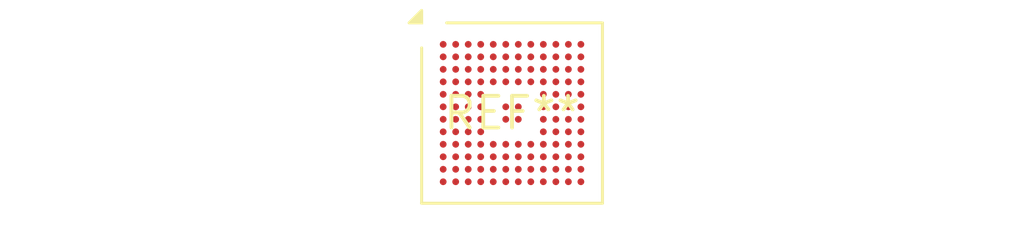
<source format=kicad_pcb>
(kicad_pcb (version 20240108) (generator pcbnew)
  (layers (0 "F.Cu" signal) (31 "B.Cu" signal) (34 "B.Paste" user) (35 "F.Paste" user) (36 "B.SilkS" user "B.Silkscreen") (37 "F.SilkS" user "F.Silkscreen") (38 "B.Mask" user) (39 "F.Mask" user) (44 "Edge.Cuts" user))
  (net 0 "")
  (footprint "UFBGA-132_7x7mm_Layout12x12_P0.5mm" (layer "F.Cu") (at 0 0)
    (property "Reference" "REF**")
    (property "Value" "UFBGA-132_7x7mm_Layout12x12_P0.5mm")
    (fp_line (start -3.61 3.61) (end -3.61 -2.61) (layer "F.SilkS") (stroke (width 0.12)))
    (fp_line (start -2.61 -3.61) (end 3.61 -3.61) (layer "F.SilkS") (stroke (width 0.12)))
    (fp_line (start 3.61 -3.61) (end 3.61 3.61) (layer "F.SilkS") (stroke (width 0.12)))
    (fp_line (start 3.61 3.61) (end -3.61 3.61) (layer "F.SilkS") (stroke (width 0.12)))
    (fp_poly (pts (xy -3.61 -3.61) (xy -4.11 -3.61) (xy -3.61 -4.11) (xy -3.61 -3.61)) (layer "F.SilkS") (stroke (width 0.12)) (fill solid))
    (pad "A1" smd circle (at -2.75 -2.75) (size 0.27 0.27) (property pad_prop_bga) (layers "F.Cu" "F.Paste" "F.Mask"))
    (pad "A2" smd circle (at -2.25 -2.75) (size 0.27 0.27) (property pad_prop_bga) (layers "F.Cu" "F.Paste" "F.Mask"))
    (pad "A3" smd circle (at -1.75 -2.75) (size 0.27 0.27) (property pad_prop_bga) (layers "F.Cu" "F.Paste" "F.Mask"))
    (pad "A4" smd circle (at -1.25 -2.75) (size 0.27 0.27) (property pad_prop_bga) (layers "F.Cu" "F.Paste" "F.Mask"))
    (pad "A5" smd circle (at -0.75 -2.75) (size 0.27 0.27) (property pad_prop_bga) (layers "F.Cu" "F.Paste" "F.Mask"))
    (pad "A6" smd circle (at -0.25 -2.75) (size 0.27 0.27) (property pad_prop_bga) (layers "F.Cu" "F.Paste" "F.Mask"))
    (pad "A7" smd circle (at 0.25 -2.75) (size 0.27 0.27) (property pad_prop_bga) (layers "F.Cu" "F.Paste" "F.Mask"))
    (pad "A8" smd circle (at 0.75 -2.75) (size 0.27 0.27) (property pad_prop_bga) (layers "F.Cu" "F.Paste" "F.Mask"))
    (pad "A9" smd circle (at 1.25 -2.75) (size 0.27 0.27) (property pad_prop_bga) (layers "F.Cu" "F.Paste" "F.Mask"))
    (pad "A10" smd circle (at 1.75 -2.75) (size 0.27 0.27) (property pad_prop_bga) (layers "F.Cu" "F.Paste" "F.Mask"))
    (pad "A11" smd circle (at 2.25 -2.75) (size 0.27 0.27) (property pad_prop_bga) (layers "F.Cu" "F.Paste" "F.Mask"))
    (pad "A12" smd circle (at 2.75 -2.75) (size 0.27 0.27) (property pad_prop_bga) (layers "F.Cu" "F.Paste" "F.Mask"))
    (pad "B1" smd circle (at -2.75 -2.25) (size 0.27 0.27) (property pad_prop_bga) (layers "F.Cu" "F.Paste" "F.Mask"))
    (pad "B2" smd circle (at -2.25 -2.25) (size 0.27 0.27) (property pad_prop_bga) (layers "F.Cu" "F.Paste" "F.Mask"))
    (pad "B3" smd circle (at -1.75 -2.25) (size 0.27 0.27) (property pad_prop_bga) (layers "F.Cu" "F.Paste" "F.Mask"))
    (pad "B4" smd circle (at -1.25 -2.25) (size 0.27 0.27) (property pad_prop_bga) (layers "F.Cu" "F.Paste" "F.Mask"))
    (pad "B5" smd circle (at -0.75 -2.25) (size 0.27 0.27) (property pad_prop_bga) (layers "F.Cu" "F.Paste" "F.Mask"))
    (pad "B6" smd circle (at -0.25 -2.25) (size 0.27 0.27) (property pad_prop_bga) (layers "F.Cu" "F.Paste" "F.Mask"))
    (pad "B7" smd circle (at 0.25 -2.25) (size 0.27 0.27) (property pad_prop_bga) (layers "F.Cu" "F.Paste" "F.Mask"))
    (pad "B8" smd circle (at 0.75 -2.25) (size 0.27 0.27) (property pad_prop_bga) (layers "F.Cu" "F.Paste" "F.Mask"))
    (pad "B9" smd circle (at 1.25 -2.25) (size 0.27 0.27) (property pad_prop_bga) (layers "F.Cu" "F.Paste" "F.Mask"))
    (pad "B10" smd circle (at 1.75 -2.25) (size 0.27 0.27) (property pad_prop_bga) (layers "F.Cu" "F.Paste" "F.Mask"))
    (pad "B11" smd circle (at 2.25 -2.25) (size 0.27 0.27) (property pad_prop_bga) (layers "F.Cu" "F.Paste" "F.Mask"))
    (pad "B12" smd circle (at 2.75 -2.25) (size 0.27 0.27) (property pad_prop_bga) (layers "F.Cu" "F.Paste" "F.Mask"))
    (pad "C1" smd circle (at -2.75 -1.75) (size 0.27 0.27) (property pad_prop_bga) (layers "F.Cu" "F.Paste" "F.Mask"))
    (pad "C2" smd circle (at -2.25 -1.75) (size 0.27 0.27) (property pad_prop_bga) (layers "F.Cu" "F.Paste" "F.Mask"))
    (pad "C3" smd circle (at -1.75 -1.75) (size 0.27 0.27) (property pad_prop_bga) (layers "F.Cu" "F.Paste" "F.Mask"))
    (pad "C4" smd circle (at -1.25 -1.75) (size 0.27 0.27) (property pad_prop_bga) (layers "F.Cu" "F.Paste" "F.Mask"))
    (pad "C5" smd circle (at -0.75 -1.75) (size 0.27 0.27) (property pad_prop_bga) (layers "F.Cu" "F.Paste" "F.Mask"))
    (pad "C6" smd circle (at -0.25 -1.75) (size 0.27 0.27) (property pad_prop_bga) (layers "F.Cu" "F.Paste" "F.Mask"))
    (pad "C7" smd circle (at 0.25 -1.75) (size 0.27 0.27) (property pad_prop_bga) (layers "F.Cu" "F.Paste" "F.Mask"))
    (pad "C8" smd circle (at 0.75 -1.75) (size 0.27 0.27) (property pad_prop_bga) (layers "F.Cu" "F.Paste" "F.Mask"))
    (pad "C9" smd circle (at 1.25 -1.75) (size 0.27 0.27) (property pad_prop_bga) (layers "F.Cu" "F.Paste" "F.Mask"))
    (pad "C10" smd circle (at 1.75 -1.75) (size 0.27 0.27) (property pad_prop_bga) (layers "F.Cu" "F.Paste" "F.Mask"))
    (pad "C11" smd circle (at 2.25 -1.75) (size 0.27 0.27) (property pad_prop_bga) (layers "F.Cu" "F.Paste" "F.Mask"))
    (pad "C12" smd circle (at 2.75 -1.75) (size 0.27 0.27) (property pad_prop_bga) (layers "F.Cu" "F.Paste" "F.Mask"))
    (pad "D1" smd circle (at -2.75 -1.25) (size 0.27 0.27) (property pad_prop_bga) (layers "F.Cu" "F.Paste" "F.Mask"))
    (pad "D2" smd circle (at -2.25 -1.25) (size 0.27 0.27) (property pad_prop_bga) (layers "F.Cu" "F.Paste" "F.Mask"))
    (pad "D3" smd circle (at -1.75 -1.25) (size 0.27 0.27) (property pad_prop_bga) (layers "F.Cu" "F.Paste" "F.Mask"))
    (pad "D4" smd circle (at -1.25 -1.25) (size 0.27 0.27) (property pad_prop_bga) (layers "F.Cu" "F.Paste" "F.Mask"))
    (pad "D5" smd circle (at -0.75 -1.25) (size 0.27 0.27) (property pad_prop_bga) (layers "F.Cu" "F.Paste" "F.Mask"))
    (pad "D6" smd circle (at -0.25 -1.25) (size 0.27 0.27) (property pad_prop_bga) (layers "F.Cu" "F.Paste" "F.Mask"))
    (pad "D7" smd circle (at 0.25 -1.25) (size 0.27 0.27) (property pad_prop_bga) (layers "F.Cu" "F.Paste" "F.Mask"))
    (pad "D8" smd circle (at 0.75 -1.25) (size 0.27 0.27) (property pad_prop_bga) (layers "F.Cu" "F.Paste" "F.Mask"))
    (pad "D9" smd circle (at 1.25 -1.25) (size 0.27 0.27) (property pad_prop_bga) (layers "F.Cu" "F.Paste" "F.Mask"))
    (pad "D10" smd circle (at 1.75 -1.25) (size 0.27 0.27) (property pad_prop_bga) (layers "F.Cu" "F.Paste" "F.Mask"))
    (pad "D11" smd circle (at 2.25 -1.25) (size 0.27 0.27) (property pad_prop_bga) (layers "F.Cu" "F.Paste" "F.Mask"))
    (pad "D12" smd circle (at 2.75 -1.25) (size 0.27 0.27) (property pad_prop_bga) (layers "F.Cu" "F.Paste" "F.Mask"))
    (pad "E1" smd circle (at -2.75 -0.75) (size 0.27 0.27) (property pad_prop_bga) (layers "F.Cu" "F.Paste" "F.Mask"))
    (pad "E2" smd circle (at -2.25 -0.75) (size 0.27 0.27) (property pad_prop_bga) (layers "F.Cu" "F.Paste" "F.Mask"))
    (pad "E3" smd circle (at -1.75 -0.75) (size 0.27 0.27) (property pad_prop_bga) (layers "F.Cu" "F.Paste" "F.Mask"))
    (pad "E4" smd circle (at -1.25 -0.75) (size 0.27 0.27) (property pad_prop_bga) (layers "F.Cu" "F.Paste" "F.Mask"))
    (pad "E9" smd circle (at 1.25 -0.75) (size 0.27 0.27) (property pad_prop_bga) (layers "F.Cu" "F.Paste" "F.Mask"))
    (pad "E10" smd circle (at 1.75 -0.75) (size 0.27 0.27) (property pad_prop_bga) (layers "F.Cu" "F.Paste" "F.Mask"))
    (pad "E11" smd circle (at 2.25 -0.75) (size 0.27 0.27) (property pad_prop_bga) (layers "F.Cu" "F.Paste" "F.Mask"))
    (pad "E12" smd circle (at 2.75 -0.75) (size 0.27 0.27) (property pad_prop_bga) (layers "F.Cu" "F.Paste" "F.Mask"))
    (pad "F1" smd circle (at -2.75 -0.25) (size 0.27 0.27) (property pad_prop_bga) (layers "F.Cu" "F.Paste" "F.Mask"))
    (pad "F2" smd circle (at -2.25 -0.25) (size 0.27 0.27) (property pad_prop_bga) (layers "F.Cu" "F.Paste" "F.Mask"))
    (pad "F3" smd circle (at -1.75 -0.25) (size 0.27 0.27) (property pad_prop_bga) (layers "F.Cu" "F.Paste" "F.Mask"))
    (pad "F4" smd circle (at -1.25 -0.25) (size 0.27 0.27) (property pad_prop_bga) (layers "F.Cu" "F.Paste" "F.Mask"))
    (pad "F6" smd circle (at -0.25 -0.25) (size 0.27 0.27) (property pad_prop_bga) (layers "F.Cu" "F.Paste" "F.Mask"))
    (pad "F7" smd circle (at 0.25 -0.25) (size 0.27 0.27) (property pad_prop_bga) (layers "F.Cu" "F.Paste" "F.Mask"))
    (pad "F9" smd circle (at 1.25 -0.25) (size 0.27 0.27) (property pad_prop_bga) (layers "F.Cu" "F.Paste" "F.Mask"))
    (pad "F10" smd circle (at 1.75 -0.25) (size 0.27 0.27) (property pad_prop_bga) (layers "F.Cu" "F.Paste" "F.Mask"))
    (pad "F11" smd circle (at 2.25 -0.25) (size 0.27 0.27) (property pad_prop_bga) (layers "F.Cu" "F.Paste" "F.Mask"))
    (pad "F12" smd circle (at 2.75 -0.25) (size 0.27 0.27) (property pad_prop_bga) (layers "F.Cu" "F.Paste" "F.Mask"))
    (pad "G1" smd circle (at -2.75 0.25) (size 0.27 0.27) (property pad_prop_bga) (layers "F.Cu" "F.Paste" "F.Mask"))
    (pad "G2" smd circle (at -2.25 0.25) (size 0.27 0.27) (property pad_prop_bga) (layers "F.Cu" "F.Paste" "F.Mask"))
    (pad "G3" smd circle (at -1.75 0.25) (size 0.27 0.27) (property pad_prop_bga) (layers "F.Cu" "F.Paste" "F.Mask"))
    (pad "G4" smd circle (at -1.25 0.25) (size 0.27 0.27) (property pad_prop_bga) (layers "F.Cu" "F.Paste" "F.Mask"))
    (pad "G6" smd circle (at -0.25 0.25) (size 0.27 0.27) (property pad_prop_bga) (layers "F.Cu" "F.Paste" "F.Mask"))
    (pad "G7" smd circle (at 0.25 0.25) (size 0.27 0.27) (property pad_prop_bga) (layers "F.Cu" "F.Paste" "F.Mask"))
    (pad "G9" smd circle (at 1.25 0.25) (size 0.27 0.27) (property pad_prop_bga) (layers "F.Cu" "F.Paste" "F.Mask"))
    (pad "G10" smd circle (at 1.75 0.25) (size 0.27 0.27) (property pad_prop_bga) (layers "F.Cu" "F.Paste" "F.Mask"))
    (pad "G11" smd circle (at 2.25 0.25) (size 0.27 0.27) (property pad_prop_bga) (layers "F.Cu" "F.Paste" "F.Mask"))
    (pad "G12" smd circle (at 2.75 0.25) (size 0.27 0.27) (property pad_prop_bga) (layers "F.Cu" "F.Paste" "F.Mask"))
    (pad "H1" smd circle (at -2.75 0.75) (size 0.27 0.27) (property pad_prop_bga) (layers "F.Cu" "F.Paste" "F.Mask"))
    (pad "H2" smd circle (at -2.25 0.75) (size 0.27 0.27) (property pad_prop_bga) (layers "F.Cu" "F.Paste" "F.Mask"))
    (pad "H3" smd circle (at -1.75 0.75) (size 0.27 0.27) (property pad_prop_bga) (layers "F.Cu" "F.Paste" "F.Mask"))
    (pad "H4" smd circle (at -1.25 0.75) (size 0.27 0.27) (property pad_prop_bga) (layers "F.Cu" "F.Paste" "F.Mask"))
    (pad "H9" smd circle (at 1.25 0.75) (size 0.27 0.27) (property pad_prop_bga) (layers "F.Cu" "F.Paste" "F.Mask"))
    (pad "H10" smd circle (at 1.75 0.75) (size 0.27 0.27) (property pad_prop_bga) (layers "F.Cu" "F.Paste" "F.Mask"))
    (pad "H11" smd circle (at 2.25 0.75) (size 0.27 0.27) (property pad_prop_bga) (layers "F.Cu" "F.Paste" "F.Mask"))
    (pad "H12" smd circle (at 2.75 0.75) (size 0.27 0.27) (property pad_prop_bga) (layers "F.Cu" "F.Paste" "F.Mask"))
    (pad "J1" smd circle (at -2.75 1.25) (size 0.27 0.27) (property pad_prop_bga) (layers "F.Cu" "F.Paste" "F.Mask"))
    (pad "J2" smd circle (at -2.25 1.25) (size 0.27 0.27) (property pad_prop_bga) (layers "F.Cu" "F.Paste" "F.Mask"))
    (pad "J3" smd circle (at -1.75 1.25) (size 0.27 0.27) (property pad_prop_bga) (layers "F.Cu" "F.Paste" "F.Mask"))
    (pad "J4" smd circle (at -1.25 1.25) (size 0.27 0.27) (property pad_prop_bga) (layers "F.Cu" "F.Paste" "F.Mask"))
    (pad "J5" smd circle (at -0.75 1.25) (size 0.27 0.27) (property pad_prop_bga) (layers "F.Cu" "F.Paste" "F.Mask"))
    (pad "J6" smd circle (at -0.25 1.25) (size 0.27 0.27) (property pad_prop_bga) (layers "F.Cu" "F.Paste" "F.Mask"))
    (pad "J7" smd circle (at 0.25 1.25) (size 0.27 0.27) (property pad_prop_bga) (layers "F.Cu" "F.Paste" "F.Mask"))
    (pad "J8" smd circle (at 0.75 1.25) (size 0.27 0.27) (property pad_prop_bga) (layers "F.Cu" "F.Paste" "F.Mask"))
    (pad "J9" smd circle (at 1.25 1.25) (size 0.27 0.27) (property pad_prop_bga) (layers "F.Cu" "F.Paste" "F.Mask"))
    (pad "J10" smd circle (at 1.75 1.25) (size 0.27 0.27) (property pad_prop_bga) (layers "F.Cu" "F.Paste" "F.Mask"))
    (pad "J11" smd circle (at 2.25 1.25) (size 0.27 0.27) (property pad_prop_bga) (layers "F.Cu" "F.Paste" "F.Mask"))
    (pad "J12" smd circle (at 2.75 1.25) (size 0.27 0.27) (property pad_prop_bga) (layers "F.Cu" "F.Paste" "F.Mask"))
    (pad "K1" smd circle (at -2.75 1.75) (size 0.27 0.27) (property pad_prop_bga) (layers "F.Cu" "F.Paste" "F.Mask"))
    (pad "K2" smd circle (at -2.25 1.75) (size 0.27 0.27) (property pad_prop_bga) (layers "F.Cu" "F.Paste" "F.Mask"))
    (pad "K3" smd circle (at -1.75 1.75) (size 0.27 0.27) (property pad_prop_bga) (layers "F.Cu" "F.Paste" "F.Mask"))
    (pad "K4" smd circle (at -1.25 1.75) (size 0.27 0.27) (property pad_prop_bga) (layers "F.Cu" "F.Paste" "F.Mask"))
    (pad "K5" smd circle (at -0.75 1.75) (size 0.27 0.27) (property pad_prop_bga) (layers "F.Cu" "F.Paste" "F.Mask"))
    (pad "K6" smd circle (at -0.25 1.75) (size 0.27 0.27) (property pad_prop_bga) (layers "F.Cu" "F.Paste" "F.Mask"))
    (pad "K7" smd circle (at 0.25 1.75) (size 0.27 0.27) (property pad_prop_bga) (layers "F.Cu" "F.Paste" "F.Mask"))
    (pad "K8" smd circle (at 0.75 1.75) (size 0.27 0.27) (property pad_prop_bga) (layers "F.Cu" "F.Paste" "F.Mask"))
    (pad "K9" smd circle (at 1.25 1.75) (size 0.27 0.27) (property pad_prop_bga) (layers "F.Cu" "F.Paste" "F.Mask"))
    (pad "K10" smd circle (at 1.75 1.75) (size 0.27 0.27) (property pad_prop_bga) (layers "F.Cu" "F.Paste" "F.Mask"))
    (pad "K11" smd circle (at 2.25 1.75) (size 0.27 0.27) (property pad_prop_bga) (layers "F.Cu" "F.Paste" "F.Mask"))
    (pad "K12" smd circle (at 2.75 1.75) (size 0.27 0.27) (property pad_prop_bga) (layers "F.Cu" "F.Paste" "F.Mask"))
    (pad "L1" smd circle (at -2.75 2.25) (size 0.27 0.27) (property pad_prop_bga) (layers "F.Cu" "F.Paste" "F.Mask"))
    (pad "L2" smd circle (at -2.25 2.25) (size 0.27 0.27) (property pad_prop_bga) (layers "F.Cu" "F.Paste" "F.Mask"))
    (pad "L3" smd circle (at -1.75 2.25) (size 0.27 0.27) (property pad_prop_bga) (layers "F.Cu" "F.Paste" "F.Mask"))
    (pad "L4" smd circle (at -1.25 2.25) (size 0.27 0.27) (property pad_prop_bga) (layers "F.Cu" "F.Paste" "F.Mask"))
    (pad "L5" smd circle (at -0.75 2.25) (size 0.27 0.27) (property pad_prop_bga) (layers "F.Cu" "F.Paste" "F.Mask"))
    (pad "L6" smd circle (at -0.25 2.25) (size 0.27 0.27) (property pad_prop_bga) (layers "F.Cu" "F.Paste" "F.Mask"))
    (pad "L7" smd circle (at 0.25 2.25) (size 0.27 0.27) (property pad_prop_bga) (layers "F.Cu" "F.Paste" "F.Mask"))
    (pad "L8" smd circle (at 0.75 2.25) (size 0.27 0.27) (property pad_prop_bga) (layers "F.Cu" "F.Paste" "F.Mask"))
    (pad "L9" smd circle (at 1.25 2.25) (size 0.27 0.27) (property pad_prop_bga) (layers "F.Cu" "F.Paste" "F.Mask"))
    (pad "L10" smd circle (at 1.75 2.25) (size 0.27 0.27) (property pad_prop_bga) (layers "F.Cu" "F.Paste" "F.Mask"))
    (pad "L11" smd circle (at 2.25 2.25) (size 0.27 0.27) (property pad_prop_bga) (layers "F.Cu" "F.Paste" "F.Mask"))
    (pad "L12" smd circle (at 2.75 2.25) (size 0.27 0.27) (property pad_prop_bga) (layers "F.Cu" "F.Paste" "F.Mask"))
    (pad "M1" smd circle (at -2.75 2.75) (size 0.27 0.27) (property pad_prop_bga) (layers "F.Cu" "F.Paste" "F.Mask"))
    (pad "M2" smd circle (at -2.25 2.75) (size 0.27 0.27) (property pad_prop_bga) (layers "F.Cu" "F.Paste" "F.Mask"))
    (pad "M3" smd circle (at -1.75 2.75) (size 0.27 0.27) (property pad_prop_bga) (layers "F.Cu" "F.Paste" "F.Mask"))
    (pad "M4" smd circle (at -1.25 2.75) (size 0.27 0.27) (property pad_prop_bga) (layers "F.Cu" "F.Paste" "F.Mask"))
    (pad "M5" smd circle (at -0.75 2.75) (size 0.27 0.27) (property pad_prop_bga) (layers "F.Cu" "F.Paste" "F.Mask"))
    (pad "M6" smd circle (at -0.25 2.75) (size 0.27 0.27) (property pad_prop_bga) (layers "F.Cu" "F.Paste" "F.Mask"))
    (pad "M7" smd circle (at 0.25 2.75) (size 0.27 0.27) (property pad_prop_bga) (layers "F.Cu" "F.Paste" "F.Mask"))
    (pad "M8" smd circle (at 0.75 2.75) (size 0.27 0.27) (property pad_prop_bga) (layers "F.Cu" "F.Paste" "F.Mask"))
    (pad "M9" smd circle (at 1.25 2.75) (size 0.27 0.27) (property pad_prop_bga) (layers "F.Cu" "F.Paste" "F.Mask"))
    (pad "M10" smd circle (at 1.75 2.75) (size 0.27 0.27) (property pad_prop_bga) (layers "F.Cu" "F.Paste" "F.Mask"))
    (pad "M11" smd circle (at 2.25 2.75) (size 0.27 0.27) (property pad_prop_bga) (layers "F.Cu" "F.Paste" "F.Mask"))
    (pad "M12" smd circle (at 2.75 2.75) (size 0.27 0.27) (property pad_prop_bga) (layers "F.Cu" "F.Paste" "F.Mask"))
  )
)
</source>
